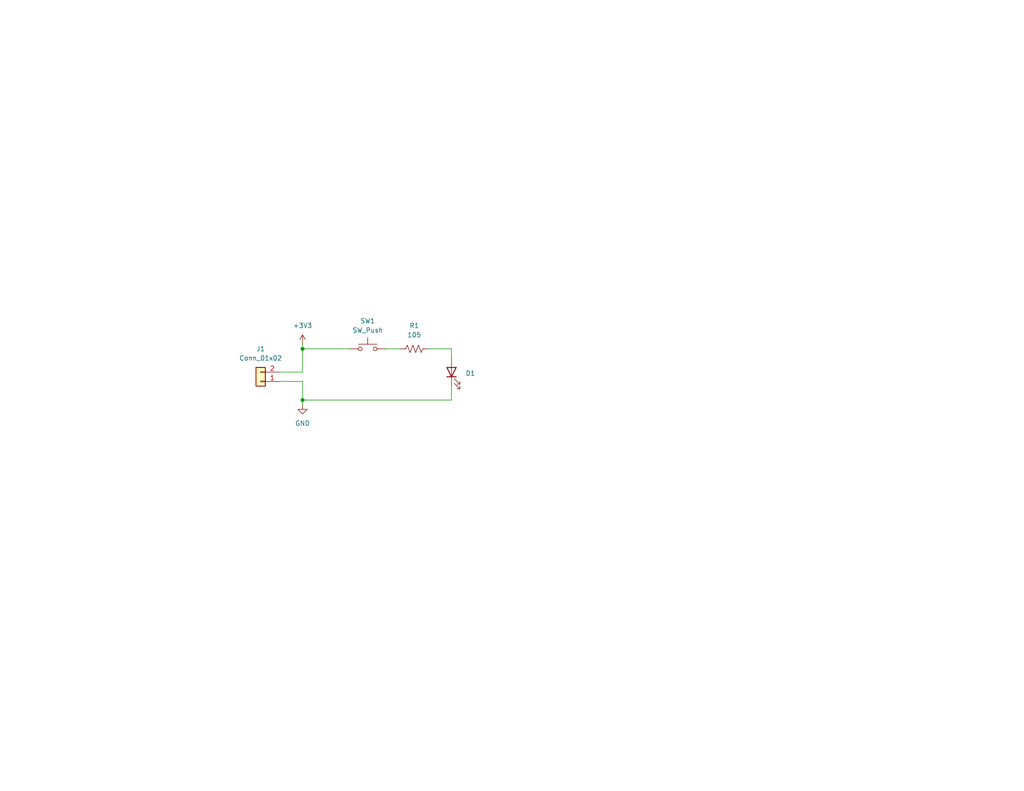
<source format=kicad_sch>
(kicad_sch (version 20231120) (generator "eeschema") (generator_version "8.0")
  (paper "USLetter")
  (title_block (title "LED Circuit") (date "2022-08-16") (rev "0.0") (company "Illini Solar Car") (comment 1 "Designed By: Jai Gudla"))
  (lib_symbols
    (symbol "Connector_Generic:Conn_01x02" (pin_names (offset 1.016) hide)
      (property "Reference" "J" (at 0 2.54 0))
      (property "Value" "Conn_01x02" (at 0 -5.08 0))
      (symbol "Conn_01x02_1_1"
        (rectangle (start -1.27 -2.413) (end 0 -2.667) (stroke (width 0.1524)))
        (rectangle (start -1.27 0.127) (end 0 -0.127) (stroke (width 0.1524)))
        (rectangle (start -1.27 1.27) (end 1.27 -3.81) (stroke (width 0.254)) (fill (type background)))
        (pin passive line (at -5.08 0 0) (length 3.81) (name "Pin_1") (number "1"))
        (pin passive line (at -5.08 -2.54 0) (length 3.81) (name "Pin_2") (number "2"))
      )
    )
    (symbol "Switch:SW_Push" (pin_numbers hide) (pin_names (offset 1.016) hide)
      (property "Reference" "SW" (at 1.27 2.54 0))
      (property "Value" "SW_Push" (at 0 -1.524 0))
      (symbol "SW_Push_0_1"
        (circle (center -2.032 0) (radius 0.508))
        (polyline (pts (xy 0 1.27) (xy 0 3.048)))
        (polyline (pts (xy 2.54 1.27) (xy -2.54 1.27)))
        (circle (center 2.032 0) (radius 0.508))
        (pin passive line (at -5.08 0 0) (length 2.54) (name "1") (number "1"))
        (pin passive line (at 5.08 0 180) (length 2.54) (name "2") (number "2"))
      )
    )
    (symbol "device:LED" (pin_numbers hide) (pin_names (offset 1.016) hide)
      (property "Reference" "D" (at 0 2.54 0))
      (property "Value" "LED" (at 0 -2.54 0))
      (symbol "LED_0_1"
        (polyline (pts (xy -1.27 -1.27) (xy -1.27 1.27)) (stroke (width 0.254)))
        (polyline (pts (xy -1.27 0) (xy 1.27 0)))
        (polyline (pts (xy 1.27 -1.27) (xy 1.27 1.27) (xy -1.27 0) (xy 1.27 -1.27)) (stroke (width 0.254)))
        (polyline (pts (xy -3.048 -0.762) (xy -4.572 -2.286) (xy -3.81 -2.286) (xy -4.572 -2.286) (xy -4.572 -1.524)))
        (polyline (pts (xy -1.778 -0.762) (xy -3.302 -2.286) (xy -2.54 -2.286) (xy -3.302 -2.286) (xy -3.302 -1.524)))
      )
      (symbol "LED_1_1"
        (pin passive line (at -3.81 0 0) (length 2.54) (name "K") (number "1"))
        (pin passive line (at 3.81 0 180) (length 2.54) (name "A") (number "2"))
      )
    )
    (symbol "device:R_US" (pin_numbers hide) (pin_names (offset 0))
      (property "Reference" "R" (at 2.54 0 90))
      (property "Value" "R_US" (at -2.54 0 90))
      (symbol "R_US_0_1"
        (polyline (pts (xy 0 -2.286) (xy 0 -2.54)))
        (polyline (pts (xy 0 2.286) (xy 0 2.54)))
        (polyline (pts (xy 0 -0.762) (xy 1.016 -1.143) (xy 0 -1.524) (xy -1.016 -1.905) (xy 0 -2.286)))
        (polyline (pts (xy 0 0.762) (xy 1.016 0.381) (xy 0 0) (xy -1.016 -0.381) (xy 0 -0.762)))
        (polyline (pts (xy 0 2.286) (xy 1.016 1.905) (xy 0 1.524) (xy -1.016 1.143) (xy 0 0.762)))
      )
      (symbol "R_US_1_1"
        (pin passive line (at 0 3.81 270) (length 1.27) (name "~") (number "1"))
        (pin passive line (at 0 -3.81 90) (length 1.27) (name "~") (number "2"))
      )
    )
    (symbol "power:+3V3" (power) (pin_names (offset 0))
      (property "Value" "+3V3" (at 0 3.556 0))
      (symbol "+3V3_0_1"
        (polyline (pts (xy -0.762 1.27) (xy 0 2.54)))
        (polyline (pts (xy 0 0) (xy 0 2.54)))
        (polyline (pts (xy 0 2.54) (xy 0.762 1.27)))
      )
      (symbol "+3V3_1_1"
        (pin power_in line (at 0 0 90) (length 0) hide (name "+3V3") (number "1"))
      )
    )
    (symbol "power:GND" (power) (pin_names (offset 0))
      (property "Value" "GND" (at 0 -3.81 0))
      (symbol "GND_0_1"
        (polyline (pts (xy 0 0) (xy 0 -1.27) (xy 1.27 -1.27) (xy 0 -2.54) (xy -1.27 -1.27) (xy 0 -1.27)))
      )
      (symbol "GND_1_1"
        (pin power_in line (at 0 0 270) (length 0) hide (name "GND") (number "1"))
      )
    )
  )
  (junction (at 82.55 95.25))
  (junction (at 82.55 109.22))
  (wire (pts (xy 82.55 95.25) (xy 95.25 95.25)))
  (wire (pts (xy 105.41 95.25) (xy 109.22 95.25)))
  (wire (pts (xy 123.19 109.22) (xy 82.55 109.22)))
  (wire (pts (xy 116.84 95.25) (xy 123.19 95.25)))
  (wire (pts (xy 123.19 105.41) (xy 123.19 109.22)))
  (wire (pts (xy 76.2 101.6) (xy 82.55 101.6)))
  (wire (pts (xy 123.19 95.25) (xy 123.19 97.79)))
  (wire (pts (xy 82.55 101.6) (xy 82.55 95.25)))
  (wire (pts (xy 82.55 104.14) (xy 82.55 109.22)))
  (wire (pts (xy 82.55 109.22) (xy 82.55 110.49)))
  (wire (pts (xy 82.55 95.25) (xy 82.55 93.98)))
  (wire (pts (xy 76.2 104.14) (xy 82.55 104.14)))
  (symbol (lib_id "Switch:SW_Push") (at 100.33 95.25 0) (unit 1)
    (property "Reference" "SW1" (at 100.33 87.63 0))
    (property "Value" "SW_Push" (at 100.33 90.17 0))
    (property "Footprint" "Button_Switch_SMD:SW_DIP_SPSTx01_Slide_6.7x4.1mm_W8.61mm_P2.54mm_LowProfile" (effects (hide yes)))
    (property "Datasheet" "https://www.te.com/usa-en/product-1825910-6.datasheet.pdf" (effects (hide yes)))
    (property "Description" "Push button switch, generic, two pins" (effects (hide yes)))
    (property "MPN" "1825910-6" (effects (hide yes)))
  )
  (symbol (lib_id "power:+3V3") (at 82.55 93.98 0) (unit 1)
    (property "Reference" "#PWR01" (effects (hide yes)))
    (property "Value" "+3V3" (at 82.55 88.9 0))
    (property "Description" "Power symbol creates a global label with name \"+3V3\"" (effects (hide yes)))
  )
  (symbol (lib_id "Connector_Generic:Conn_01x02") (at 71.12 104.14 180) (unit 1)
    (property "Reference" "J1" (at 71.12 95.25 0))
    (property "Value" "Conn_01x02" (at 71.12 97.79 0))
    (property "Footprint" "Connector_Molex:Molex_KK-254_AE-6410-02A_1x02_P2.54mm_Vertical" (effects (hide yes)))
    (property "Datasheet" "https://www.molex.com/content/dam/molex/molex-dot-com/products/automated/en-us/salesdrawingpdf/641/6410/022272021_sd.pdf?inline" (effects (hide yes)))
    (property "Description" "Generic connector, single row, 01x02, script generated (kicad-library-utils/schlib/autogen/connector/)" (effects (hide yes)))
    (property "MPN" "022272021" (effects (hide yes)))
  )
  (symbol (lib_id "device:R_US") (at 113.03 95.25 90) (unit 1)
    (property "Reference" "R1" (at 113.03 88.9 90))
    (property "Value" "105" (at 113.03 91.44 90))
    (property "Footprint" "Resistor_SMD:R_0603_1608Metric_Pad0.98x0.95mm_HandSolder" (effects (hide yes)))
    (property "Description" "Resistor, US symbol" (effects (hide yes)))
  )
  (symbol (lib_id "device:LED") (at 123.19 101.6 90) (unit 1)
    (property "Reference" "D1" (at 127 101.9174 90) (effects (justify right)))
    (property "Value" "LED_RED" (effects (hide yes)))
    (property "Footprint" "layout:LED_0603_Symbol_on_F.SilkS" (effects (hide yes)))
    (property "Description" "Light emitting diode" (effects (hide yes)))
  )
  (symbol (lib_id "power:GND") (at 82.55 110.49 0) (unit 1)
    (property "Reference" "#PWR02" (effects (hide yes)))
    (property "Value" "GND" (at 82.55 115.57 0))
    (property "Description" "Power symbol creates a global label with name \"GND\" , ground" (effects (hide yes)))
  )
)
</source>
